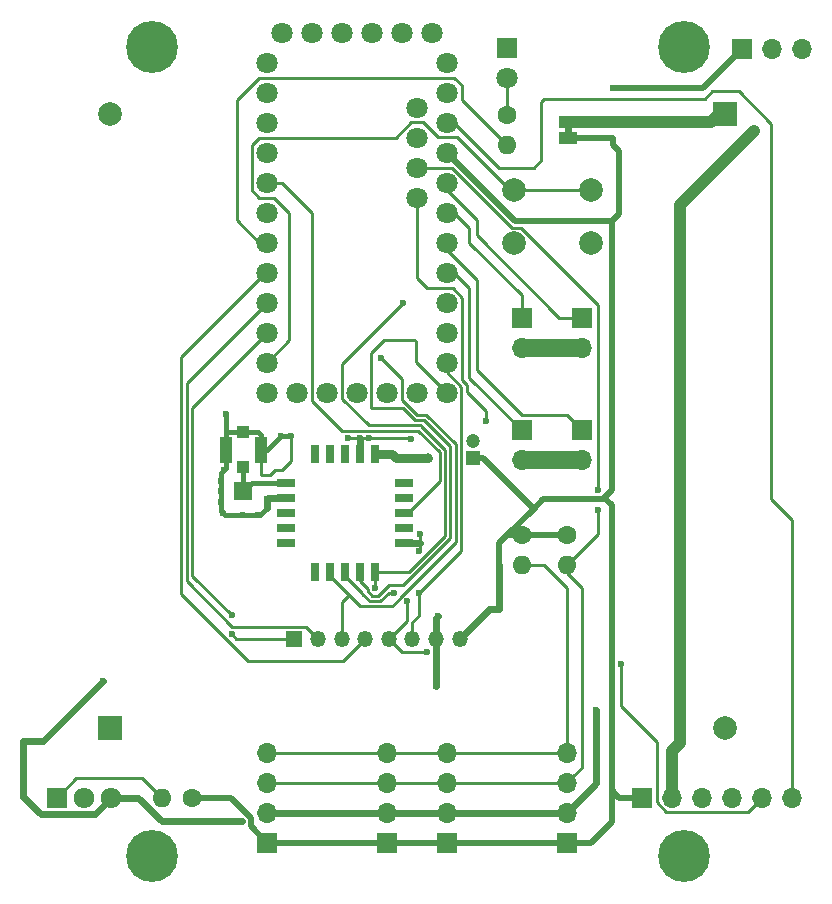
<source format=gbr>
%TF.GenerationSoftware,KiCad,Pcbnew,6.0.11-2627ca5db0~126~ubuntu22.04.1*%
%TF.CreationDate,2023-09-11T09:38:43+02:00*%
%TF.ProjectId,HB-UNI-SEN-BATT_E07-900MM10S_FUEL4EP,48422d55-4e49-42d5-9345-4e2d42415454,1.0*%
%TF.SameCoordinates,Original*%
%TF.FileFunction,Copper,L1,Top*%
%TF.FilePolarity,Positive*%
%FSLAX46Y46*%
G04 Gerber Fmt 4.6, Leading zero omitted, Abs format (unit mm)*
G04 Created by KiCad (PCBNEW 6.0.11-2627ca5db0~126~ubuntu22.04.1) date 2023-09-11 09:38:43*
%MOMM*%
%LPD*%
G01*
G04 APERTURE LIST*
G04 Aperture macros list*
%AMRoundRect*
0 Rectangle with rounded corners*
0 $1 Rounding radius*
0 $2 $3 $4 $5 $6 $7 $8 $9 X,Y pos of 4 corners*
0 Add a 4 corners polygon primitive as box body*
4,1,4,$2,$3,$4,$5,$6,$7,$8,$9,$2,$3,0*
0 Add four circle primitives for the rounded corners*
1,1,$1+$1,$2,$3*
1,1,$1+$1,$4,$5*
1,1,$1+$1,$6,$7*
1,1,$1+$1,$8,$9*
0 Add four rect primitives between the rounded corners*
20,1,$1+$1,$2,$3,$4,$5,0*
20,1,$1+$1,$4,$5,$6,$7,0*
20,1,$1+$1,$6,$7,$8,$9,0*
20,1,$1+$1,$8,$9,$2,$3,0*%
G04 Aperture macros list end*
%TA.AperFunction,ComponentPad*%
%ADD10R,1.800000X1.800000*%
%TD*%
%TA.AperFunction,ComponentPad*%
%ADD11C,1.800000*%
%TD*%
%TA.AperFunction,ComponentPad*%
%ADD12R,1.700000X1.700000*%
%TD*%
%TA.AperFunction,ComponentPad*%
%ADD13O,1.700000X1.700000*%
%TD*%
%TA.AperFunction,ComponentPad*%
%ADD14R,2.000000X2.000000*%
%TD*%
%TA.AperFunction,ComponentPad*%
%ADD15C,2.000000*%
%TD*%
%TA.AperFunction,ComponentPad*%
%ADD16R,1.200000X1.200000*%
%TD*%
%TA.AperFunction,ComponentPad*%
%ADD17C,1.200000*%
%TD*%
%TA.AperFunction,ComponentPad*%
%ADD18C,1.600000*%
%TD*%
%TA.AperFunction,ComponentPad*%
%ADD19O,1.600000X1.600000*%
%TD*%
%TA.AperFunction,ComponentPad*%
%ADD20R,1.717500X1.800000*%
%TD*%
%TA.AperFunction,ComponentPad*%
%ADD21O,1.717500X1.800000*%
%TD*%
%TA.AperFunction,SMDPad,CuDef*%
%ADD22R,0.800000X1.500000*%
%TD*%
%TA.AperFunction,SMDPad,CuDef*%
%ADD23R,1.500000X0.800000*%
%TD*%
%TA.AperFunction,SMDPad,CuDef*%
%ADD24R,1.500000X1.000000*%
%TD*%
%TA.AperFunction,ComponentPad*%
%ADD25C,0.700000*%
%TD*%
%TA.AperFunction,ComponentPad*%
%ADD26C,4.400000*%
%TD*%
%TA.AperFunction,ComponentPad*%
%ADD27R,1.350000X1.350000*%
%TD*%
%TA.AperFunction,ComponentPad*%
%ADD28O,1.350000X1.350000*%
%TD*%
%TA.AperFunction,ComponentPad*%
%ADD29RoundRect,0.250000X-0.550000X-0.550000X0.550000X-0.550000X0.550000X0.550000X-0.550000X0.550000X0*%
%TD*%
%TA.AperFunction,SMDPad,CuDef*%
%ADD30R,1.000000X1.000000*%
%TD*%
%TA.AperFunction,SMDPad,CuDef*%
%ADD31R,1.050000X2.200000*%
%TD*%
%TA.AperFunction,ViaPad*%
%ADD32C,0.600000*%
%TD*%
%TA.AperFunction,ViaPad*%
%ADD33C,0.800000*%
%TD*%
%TA.AperFunction,ViaPad*%
%ADD34C,1.000000*%
%TD*%
%TA.AperFunction,Conductor*%
%ADD35C,0.400000*%
%TD*%
%TA.AperFunction,Conductor*%
%ADD36C,0.600000*%
%TD*%
%TA.AperFunction,Conductor*%
%ADD37C,0.250000*%
%TD*%
%TA.AperFunction,Conductor*%
%ADD38C,1.500000*%
%TD*%
%TA.AperFunction,Conductor*%
%ADD39C,0.500000*%
%TD*%
%TA.AperFunction,Conductor*%
%ADD40C,0.800000*%
%TD*%
%TA.AperFunction,Conductor*%
%ADD41C,1.000000*%
%TD*%
G04 APERTURE END LIST*
%TO.C,JP2*%
G36*
X50557000Y64500000D02*
G01*
X49957000Y64500000D01*
X49957000Y65000000D01*
X50557000Y65000000D01*
X50557000Y64500000D01*
G37*
%TD*%
D10*
%TO.P,D1,1,K*%
%TO.N,GND*%
X45050000Y71720000D03*
D11*
%TO.P,D1,2,A*%
%TO.N,Net-(D1-Pad2)*%
X45050000Y69180000D03*
%TD*%
D12*
%TO.P,J1,1,Pin_1*%
%TO.N,/A0*%
X46320000Y39335000D03*
D13*
%TO.P,J1,2,Pin_2*%
%TO.N,GND*%
X46320000Y36795000D03*
%TD*%
D12*
%TO.P,J2,1,Pin_1*%
%TO.N,/A1*%
X51400000Y39335000D03*
D13*
%TO.P,J2,2,Pin_2*%
%TO.N,GND*%
X51400000Y36795000D03*
%TD*%
D12*
%TO.P,J7,1,Pin_1*%
%TO.N,VCC*%
X34890000Y4410000D03*
D13*
%TO.P,J7,2,Pin_2*%
%TO.N,GND*%
X34890000Y6950000D03*
%TO.P,J7,3,Pin_3*%
%TO.N,/SCL*%
X34890000Y9490000D03*
%TO.P,J7,4,Pin_4*%
%TO.N,/SDA*%
X34890000Y12030000D03*
%TD*%
D14*
%TO.P,BT1,1,+*%
%TO.N,/plusBAT*%
X63490000Y66140000D03*
D15*
%TO.P,BT1,2,-*%
%TO.N,/conBAT*%
X63490000Y14150000D03*
%TD*%
D12*
%TO.P,J3,1,Pin_1*%
%TO.N,/A2*%
X46320000Y48860000D03*
D13*
%TO.P,J3,2,Pin_2*%
%TO.N,GND*%
X46320000Y46320000D03*
%TD*%
D12*
%TO.P,J4,1,Pin_1*%
%TO.N,/A3*%
X51400000Y48860000D03*
D13*
%TO.P,J4,2,Pin_2*%
%TO.N,GND*%
X51400000Y46320000D03*
%TD*%
D12*
%TO.P,J5,1,Pin_1*%
%TO.N,VCC*%
X56480000Y8220000D03*
D13*
%TO.P,J5,2,Pin_2*%
%TO.N,/minusBAT*%
X59020000Y8220000D03*
%TO.P,J5,3,Pin_3*%
%TO.N,/MOSI*%
X61560000Y8220000D03*
%TO.P,J5,4,Pin_4*%
%TO.N,/SCK*%
X64100000Y8220000D03*
%TO.P,J5,5,Pin_5*%
%TO.N,/MISO*%
X66640000Y8220000D03*
%TO.P,J5,6,Pin_6*%
%TO.N,/RSET*%
X69180000Y8220000D03*
%TD*%
D12*
%TO.P,J6,1,Pin_1*%
%TO.N,VCC*%
X24730000Y4410000D03*
D13*
%TO.P,J6,2,Pin_2*%
%TO.N,GND*%
X24730000Y6950000D03*
%TO.P,J6,3,Pin_3*%
%TO.N,/SCL*%
X24730000Y9490000D03*
%TO.P,J6,4,Pin_4*%
%TO.N,/SDA*%
X24730000Y12030000D03*
%TD*%
D16*
%TO.P,C1,1*%
%TO.N,VCC*%
X42164000Y36957000D03*
D17*
%TO.P,C1,2*%
%TO.N,GND*%
X42164000Y38457000D03*
%TD*%
D18*
%TO.P,R4,1*%
%TO.N,VCC*%
X50130000Y30445000D03*
D19*
%TO.P,R4,2*%
%TO.N,/SCL*%
X50130000Y27905000D03*
%TD*%
D18*
%TO.P,R5,1*%
%TO.N,VCC*%
X46320000Y30445000D03*
D19*
%TO.P,R5,2*%
%TO.N,/SDA*%
X46320000Y27905000D03*
%TD*%
D18*
%TO.P,R1,1*%
%TO.N,Net-(D1-Pad2)*%
X45050000Y66005000D03*
D19*
%TO.P,R1,2*%
%TO.N,Net-(Module2-Pad7C)*%
X45050000Y63465000D03*
%TD*%
D18*
%TO.P,R3,1*%
%TO.N,VCC*%
X18380000Y8220000D03*
D19*
%TO.P,R3,2*%
%TO.N,Net-(Q1-Pad1)*%
X15840000Y8220000D03*
%TD*%
D20*
%TO.P,Q1,1,G*%
%TO.N,Net-(Q1-Pad1)*%
X6950000Y8220000D03*
D21*
%TO.P,Q1,2,D*%
%TO.N,/minusBAT*%
X9240000Y8220000D03*
%TO.P,Q1,3,S*%
%TO.N,GND*%
X11530000Y8220000D03*
%TD*%
D12*
%TO.P,J9,1,Pin_1*%
%TO.N,VCC*%
X50130000Y4410000D03*
D13*
%TO.P,J9,2,Pin_2*%
%TO.N,GND*%
X50130000Y6950000D03*
%TO.P,J9,3,Pin_3*%
%TO.N,/SCL*%
X50130000Y9490000D03*
%TO.P,J9,4,Pin_4*%
%TO.N,/SDA*%
X50130000Y12030000D03*
%TD*%
D12*
%TO.P,J10,1,Pin_1*%
%TO.N,VCC*%
X64989000Y71656500D03*
D13*
%TO.P,J10,2,Pin_2*%
%TO.N,/plusBAT*%
X67529000Y71656500D03*
%TO.P,J10,3,Pin_3*%
%TO.N,/minusBAT*%
X70069000Y71656500D03*
%TD*%
D11*
%TO.P,Module2,1A,VCC*%
%TO.N,unconnected-(Module2-Pad1A)*%
X39970000Y70450000D03*
%TO.P,Module2,1B,PC2/TCK*%
%TO.N,unconnected-(Module2-Pad1B)*%
X27270000Y42510000D03*
%TO.P,Module2,1C,PD1/TXD0*%
%TO.N,unconnected-(Module2-Pad1C)*%
X24730000Y70450000D03*
%TO.P,Module2,1D,DTR*%
%TO.N,unconnected-(Module2-Pad1D)*%
X26000000Y72990000D03*
%TO.P,Module2,1E,VCC*%
%TO.N,unconnected-(Module2-Pad1E)*%
X37430000Y66640000D03*
%TO.P,Module2,2A,GND*%
%TO.N,GND*%
X39970000Y67910000D03*
%TO.P,Module2,2B,PC4/TD0*%
%TO.N,unconnected-(Module2-Pad2B)*%
X29810000Y42510000D03*
%TO.P,Module2,2C,PD0/RXD0*%
%TO.N,unconnected-(Module2-Pad2C)*%
X24730000Y67910000D03*
%TO.P,Module2,2D,PD1/TXD0*%
%TO.N,unconnected-(Module2-Pad2D)*%
X28540000Y72990000D03*
%TO.P,Module2,2E,GND*%
%TO.N,GND*%
X37430000Y64100000D03*
%TO.P,Module2,3A,RST*%
%TO.N,/RSET*%
X39970000Y65370000D03*
%TO.P,Module2,3B,PC5/TDI*%
%TO.N,unconnected-(Module2-Pad3B)*%
X32350000Y42510000D03*
%TO.P,Module2,3C,RST*%
%TO.N,unconnected-(Module2-Pad3C)*%
X24730000Y65370000D03*
%TO.P,Module2,3D,PD0/RXD0*%
%TO.N,unconnected-(Module2-Pad3D)*%
X31080000Y72990000D03*
%TO.P,Module2,3E,PC0/SCL*%
%TO.N,/SCL*%
X37430000Y61560000D03*
%TO.P,Module2,4A,VCC*%
%TO.N,VCC*%
X39970000Y62830000D03*
%TO.P,Module2,4B,PB1/T1*%
%TO.N,unconnected-(Module2-Pad4B)*%
X34890000Y42510000D03*
%TO.P,Module2,4C,GND*%
%TO.N,GND*%
X24730000Y62830000D03*
%TO.P,Module2,4D,VCC*%
%TO.N,unconnected-(Module2-Pad4D)*%
X33620000Y72990000D03*
%TO.P,Module2,4E,PC1/SDA*%
%TO.N,/SDA*%
X37430000Y59020000D03*
%TO.P,Module2,5A,PB2/A3*%
%TO.N,/A3*%
X39970000Y60290000D03*
%TO.P,Module2,5B,PB0/T0*%
%TO.N,unconnected-(Module2-Pad5B)*%
X37430000Y42510000D03*
%TO.P,Module2,5C,PD2_2*%
%TO.N,/D2*%
X24730000Y60290000D03*
%TO.P,Module2,5D,GND*%
%TO.N,unconnected-(Module2-Pad5D)*%
X36160000Y72990000D03*
%TO.P,Module2,6A,PB3/A2*%
%TO.N,/A2*%
X39970000Y57750000D03*
%TO.P,Module2,6C,PD3_3*%
%TO.N,unconnected-(Module2-Pad6C)*%
X24730000Y57750000D03*
%TO.P,Module2,6D,GND*%
%TO.N,unconnected-(Module2-Pad6D)*%
X38700000Y72990000D03*
%TO.P,Module2,7A,PA1/A1*%
%TO.N,/A1*%
X39970000Y55210000D03*
%TO.P,Module2,7C,PD4_4*%
%TO.N,Net-(Module2-Pad7C)*%
X24730000Y55210000D03*
%TO.P,Module2,8A,PA0/A0*%
%TO.N,/A0*%
X39970000Y52670000D03*
%TO.P,Module2,8C,PD5_5*%
%TO.N,/D5*%
X24730000Y52670000D03*
%TO.P,Module2,9A,PB7/SCK*%
%TO.N,/SCK*%
X39970000Y50130000D03*
%TO.P,Module2,9C,PD6_6*%
%TO.N,/D6*%
X24730000Y50130000D03*
%TO.P,Module2,10A,PB6/MISO*%
%TO.N,/MISO*%
X39970000Y47590000D03*
%TO.P,Module2,10C,PD7_7*%
%TO.N,/D7*%
X24730000Y47590000D03*
%TO.P,Module2,11A,PB5/MOSI*%
%TO.N,/MOSI*%
X39970000Y45050000D03*
%TO.P,Module2,11C,PC6_8L*%
%TO.N,/CONFIG*%
X24730000Y45050000D03*
%TO.P,Module2,12A,PB4/~{SS}*%
%TO.N,/SS*%
X39970000Y42510000D03*
%TO.P,Module2,12C,PC3_9/TMS*%
%TO.N,unconnected-(Module2-Pad12C)*%
X24730000Y42510000D03*
%TD*%
D22*
%TO.P,Module1,1A,SCK*%
%TO.N,/SCK*%
X33869000Y27338000D03*
D23*
%TO.P,Module1,1B,ANT*%
%TO.N,Net-(AE1-Pad1)*%
X26329000Y34878000D03*
D22*
%TO.P,Module1,1C,VCC*%
%TO.N,VCC*%
X33869000Y37338000D03*
D23*
%TO.P,Module1,1D,GD02*%
%TO.N,unconnected-(Module1-Pad1D)*%
X36329000Y34878000D03*
D22*
%TO.P,Module1,2A,~{CSN}*%
%TO.N,/SS*%
X32599000Y27338000D03*
D23*
%TO.P,Module1,2B,GND*%
%TO.N,GND*%
X26329000Y33608000D03*
D22*
%TO.P,Module1,2C,GND*%
X32599000Y37338000D03*
D23*
%TO.P,Module1,2D,NC*%
%TO.N,unconnected-(Module1-Pad2D)*%
X36329000Y33608000D03*
D22*
%TO.P,Module1,3A,MOSI*%
%TO.N,/MOSI*%
X31329000Y27338000D03*
D23*
%TO.P,Module1,3B,NC*%
%TO.N,unconnected-(Module1-Pad3B)*%
X26329000Y32338000D03*
D22*
%TO.P,Module1,3C,NC*%
%TO.N,unconnected-(Module1-Pad3C)*%
X31329000Y37338000D03*
D23*
%TO.P,Module1,3D,GD00*%
%TO.N,/D2*%
X36329000Y32338000D03*
D22*
%TO.P,Module1,4A,MISO/GD01*%
%TO.N,/MISO*%
X30059000Y27338000D03*
D23*
%TO.P,Module1,4B,NC*%
%TO.N,unconnected-(Module1-Pad4B)*%
X26329000Y31068000D03*
D22*
%TO.P,Module1,4C,NC*%
%TO.N,unconnected-(Module1-Pad4C)*%
X30059000Y37338000D03*
D23*
%TO.P,Module1,4D,NC*%
%TO.N,unconnected-(Module1-Pad4D)*%
X36329000Y31068000D03*
D22*
%TO.P,Module1,5A,NC*%
%TO.N,unconnected-(Module1-Pad5A)*%
X28789000Y27338000D03*
D23*
%TO.P,Module1,5B,NC*%
%TO.N,unconnected-(Module1-Pad5B)*%
X26329000Y29798000D03*
D22*
%TO.P,Module1,5C,NC*%
%TO.N,unconnected-(Module1-Pad5C)*%
X28789000Y37338000D03*
D23*
%TO.P,Module1,5D,GND*%
%TO.N,GND*%
X36329000Y29798000D03*
%TD*%
D24*
%TO.P,JP2,1,A*%
%TO.N,/plusBAT*%
X50257000Y65400000D03*
%TO.P,JP2,2,B*%
%TO.N,VCC*%
X50257000Y64100000D03*
%TD*%
D15*
%TO.P,SW1,1*%
%TO.N,/CONFIG*%
X52185000Y59655000D03*
X45685000Y59655000D03*
%TO.P,SW1,2*%
%TO.N,GND*%
X45685000Y55155000D03*
X52185000Y55155000D03*
%TD*%
D12*
%TO.P,J8,1,Pin_1*%
%TO.N,VCC*%
X39970000Y4410000D03*
D13*
%TO.P,J8,2,Pin_2*%
%TO.N,GND*%
X39970000Y6950000D03*
%TO.P,J8,3,Pin_3*%
%TO.N,/SCL*%
X39970000Y9490000D03*
%TO.P,J8,4,Pin_4*%
%TO.N,/SDA*%
X39970000Y12030000D03*
%TD*%
D25*
%TO.P,H2,1*%
%TO.N,N/C*%
X60000000Y73550000D03*
X58727200Y70477200D03*
X61800000Y71750000D03*
X61272800Y73022800D03*
X58727200Y73022800D03*
X58200000Y71750000D03*
D26*
X60000000Y71750000D03*
D25*
X60000000Y69950000D03*
X61272800Y70477200D03*
%TD*%
%TO.P,H4,1*%
%TO.N,N/C*%
X58200000Y3250000D03*
X60000000Y1450000D03*
X61800000Y3250000D03*
X60000000Y5050000D03*
D26*
X60000000Y3250000D03*
D25*
X58727200Y1977200D03*
X58727200Y4522800D03*
X61272800Y4522800D03*
X61272800Y1977200D03*
%TD*%
%TO.P,H1,1*%
%TO.N,N/C*%
X15000000Y69950000D03*
X15000000Y73550000D03*
X16272800Y70477200D03*
X16272800Y73022800D03*
X13727200Y70477200D03*
X13200000Y71750000D03*
X13727200Y73022800D03*
D26*
X15000000Y71750000D03*
D25*
X16800000Y71750000D03*
%TD*%
%TO.P,H3,1*%
%TO.N,N/C*%
X15000000Y5050000D03*
X16272800Y1977200D03*
X15000000Y1450000D03*
X13727200Y1977200D03*
D26*
X15000000Y3250000D03*
D25*
X16272800Y4522800D03*
X16800000Y3250000D03*
X13200000Y3250000D03*
X13727200Y4522800D03*
%TD*%
D27*
%TO.P,J11,1,Pin_1*%
%TO.N,/D7*%
X27048000Y21682000D03*
D28*
%TO.P,J11,2,Pin_2*%
%TO.N,/D6*%
X29048000Y21682000D03*
%TO.P,J11,3,Pin_3*%
%TO.N,/MISO*%
X31048000Y21682000D03*
%TO.P,J11,4,Pin_4*%
%TO.N,/D5*%
X33048000Y21682000D03*
%TO.P,J11,5,Pin_5*%
%TO.N,/SCK*%
X35048000Y21682000D03*
%TO.P,J11,6,Pin_6*%
%TO.N,/MOSI*%
X37048000Y21682000D03*
%TO.P,J11,7,Pin_7*%
%TO.N,GND*%
X39048000Y21682000D03*
%TO.P,J11,8,Pin_8*%
%TO.N,VCC*%
X41048000Y21682000D03*
%TD*%
D14*
%TO.P,BT2,1,+*%
%TO.N,/conBAT*%
X11420000Y14100000D03*
D15*
%TO.P,BT2,2,-*%
%TO.N,/minusBAT*%
X11420000Y66090000D03*
%TD*%
D29*
%TO.P,AE1,1,A*%
%TO.N,Net-(AE1-Pad1)*%
X22733000Y34163000D03*
%TD*%
D30*
%TO.P,J12,1,In1*%
%TO.N,Net-(AE1-Pad1)*%
X22735000Y36188000D03*
D31*
%TO.P,J12,2,Ext1*%
%TO.N,GND*%
X24210000Y37688000D03*
X21260000Y37688000D03*
D30*
X22735000Y39188000D03*
%TD*%
D32*
%TO.N,GND*%
X10861600Y18075200D03*
X37666057Y30516985D03*
X33361000Y38666161D03*
X36957000Y38608000D03*
X37630065Y29115932D03*
X52619200Y15636800D03*
X25908000Y38862000D03*
X20828000Y33274000D03*
X22733000Y32131000D03*
X22596400Y6238800D03*
X39243000Y23622000D03*
X26797000Y38862000D03*
X24765000Y32766000D03*
X24765000Y33528000D03*
X20828000Y34163000D03*
X21260000Y40716000D03*
X37679000Y29798000D03*
X21018500Y32321500D03*
X24003000Y32131000D03*
X32599000Y38666161D03*
X31583000Y38666161D03*
X39055600Y17668800D03*
X20828000Y35052000D03*
X21082000Y35941000D03*
%TO.N,/SCL*%
X52797000Y32604000D03*
X52797000Y34255000D03*
%TO.N,/SDA*%
X43271816Y40081645D03*
%TO.N,/MOSI*%
X35501271Y25583453D03*
X37592000Y25527000D03*
%TO.N,/SCK*%
X33869000Y25948000D03*
X38248500Y20585262D03*
X36576000Y24892000D03*
X36287000Y50130000D03*
%TO.N,/MISO*%
X54702000Y19523000D03*
X34417000Y45466000D03*
%TO.N,VCC*%
X54067000Y63655500D03*
X54067000Y68354500D03*
D33*
X38354000Y36957000D03*
D34*
%TO.N,/minusBAT*%
X65954200Y64701360D03*
D32*
%TO.N,/D7*%
X21732800Y23663200D03*
X21732800Y22088400D03*
%TD*%
D35*
%TO.N,GND*%
X24003000Y32131000D02*
X24130000Y32131000D01*
D36*
X39048000Y21682000D02*
X39048000Y23427000D01*
D35*
X21366000Y39188000D02*
X22735000Y39188000D01*
X20828000Y35052000D02*
X20828000Y34163000D01*
X20828000Y34163000D02*
X20828000Y33274000D01*
X20828000Y33274000D02*
X20828000Y32512000D01*
D36*
X34890000Y6950000D02*
X39970000Y6950000D01*
X50130000Y6950000D02*
X52619200Y9439200D01*
D35*
X20828000Y32512000D02*
X21018500Y32321500D01*
X23931000Y39188000D02*
X24210000Y38909000D01*
D36*
X4105200Y12995200D02*
X5781600Y12995200D01*
D37*
X37679000Y29798000D02*
X37679000Y30504042D01*
D36*
X10130000Y6820000D02*
X5591250Y6820000D01*
X24845000Y33608000D02*
X24765000Y33528000D01*
D37*
X26797000Y36703000D02*
X26797000Y38862000D01*
X25019000Y35560000D02*
X25400000Y35941000D01*
D35*
X22735000Y39188000D02*
X23931000Y39188000D01*
D36*
X4105200Y8306050D02*
X4105200Y12995200D01*
D35*
X25908000Y38862000D02*
X26797000Y38862000D01*
D36*
X32599000Y37338000D02*
X32599000Y38666161D01*
X39970000Y6950000D02*
X50130000Y6950000D01*
X13848377Y8220000D02*
X15829577Y6238800D01*
D35*
X24130000Y32131000D02*
X24765000Y32766000D01*
D37*
X25400000Y35941000D02*
X26035000Y35941000D01*
D36*
X39048000Y17676400D02*
X39055600Y17668800D01*
X39048000Y23427000D02*
X39243000Y23622000D01*
D37*
X37679000Y29798000D02*
X37679000Y29164867D01*
D35*
X21260000Y39294000D02*
X21366000Y39188000D01*
D37*
X24210000Y35607000D02*
X24257000Y35560000D01*
X24210000Y37688000D02*
X24210000Y35607000D01*
D35*
X21260000Y37688000D02*
X21260000Y39294000D01*
X24210000Y37688000D02*
X24734000Y37688000D01*
X24210000Y38909000D02*
X24210000Y37688000D01*
D37*
X24257000Y35560000D02*
X25019000Y35560000D01*
X33361000Y38666161D02*
X36898839Y38666161D01*
D36*
X39048000Y21682000D02*
X39048000Y17676400D01*
D38*
X46320000Y36795000D02*
X51400000Y36795000D01*
D37*
X33361000Y38666161D02*
X32599000Y38666161D01*
D36*
X5781600Y12995200D02*
X10861600Y18075200D01*
D35*
X21260000Y37688000D02*
X21260000Y36119000D01*
D36*
X24765000Y33528000D02*
X24765000Y32766000D01*
D35*
X24734000Y37688000D02*
X25908000Y38862000D01*
D37*
X37679000Y29164867D02*
X37630065Y29115932D01*
D36*
X11530000Y8220000D02*
X10130000Y6820000D01*
X11530000Y8220000D02*
X13848377Y8220000D01*
D35*
X21018500Y32321500D02*
X21209000Y32131000D01*
X21260000Y39294000D02*
X21260000Y40716000D01*
D36*
X5591250Y6820000D02*
X4105200Y8306050D01*
D35*
X20828000Y35687000D02*
X20828000Y35052000D01*
D38*
X46320000Y46320000D02*
X51400000Y46320000D01*
D36*
X26329000Y33608000D02*
X24845000Y33608000D01*
D37*
X26035000Y35941000D02*
X26797000Y36703000D01*
D35*
X22733000Y32131000D02*
X24003000Y32131000D01*
D36*
X36329000Y29798000D02*
X37679000Y29798000D01*
X15829577Y6238800D02*
X22596400Y6238800D01*
D37*
X31583000Y38666161D02*
X32599000Y38666161D01*
D36*
X52619200Y9439200D02*
X52619200Y15636800D01*
D37*
X37679000Y30504042D02*
X37666057Y30516985D01*
D35*
X21209000Y32131000D02*
X22733000Y32131000D01*
D37*
X36898839Y38666161D02*
X36957000Y38608000D01*
D35*
X21260000Y36119000D02*
X21082000Y35941000D01*
D36*
X24730000Y6950000D02*
X34890000Y6950000D01*
D35*
X21082000Y35941000D02*
X20828000Y35687000D01*
D37*
%TO.N,Net-(D1-Pad2)*%
X45050000Y66005000D02*
X45050000Y69180000D01*
%TO.N,/SS*%
X37275894Y40189663D02*
X38042337Y40189663D01*
X38042337Y40189663D02*
X40258502Y37973498D01*
X37211000Y46990000D02*
X34671000Y46990000D01*
X33610323Y25323500D02*
X33244500Y25689323D01*
X33575000Y45800000D02*
X33575000Y41228000D01*
X37338000Y45142000D02*
X37338000Y46863000D01*
X36237557Y41228000D02*
X37275894Y40189663D01*
X40258502Y37973498D02*
X40258502Y30225502D01*
X33244500Y25936810D02*
X32599000Y26582310D01*
X35024676Y26220499D02*
X34127677Y25323500D01*
X39970000Y42510000D02*
X37338000Y45142000D01*
X36253499Y26220499D02*
X35024676Y26220499D01*
X34671000Y46990000D02*
X33528000Y45847000D01*
X40258502Y30225502D02*
X36253499Y26220499D01*
X33528000Y45847000D02*
X33575000Y45800000D01*
X32599000Y26582310D02*
X32599000Y26988000D01*
X33244500Y25689323D02*
X33244500Y25936810D01*
X37338000Y46863000D02*
X37211000Y46990000D01*
X34127677Y25323500D02*
X33610323Y25323500D01*
X33575000Y41228000D02*
X36237557Y41228000D01*
%TO.N,/D2*%
X28585000Y57707792D02*
X28585000Y41822632D01*
X31116971Y39290661D02*
X37544339Y39290661D01*
X28585000Y41822632D02*
X31116971Y39290661D01*
X39359500Y35018500D02*
X36679000Y32338000D01*
X24730000Y60290000D02*
X26002792Y60290000D01*
X37544339Y39290661D02*
X39359500Y37475500D01*
X39359500Y37475500D02*
X39359500Y35018500D01*
X26002792Y60290000D02*
X28585000Y57707792D01*
%TO.N,/SCL*%
X34890000Y9490000D02*
X39970000Y9490000D01*
X39970000Y9490000D02*
X50130000Y9490000D01*
X51400000Y26000000D02*
X51400000Y10760000D01*
X50130000Y27270000D02*
X51400000Y26000000D01*
X50765000Y10125000D02*
X51400000Y10760000D01*
X45512412Y56480000D02*
X46233833Y56480000D01*
X46233833Y56480000D02*
X52797000Y49916833D01*
X52797000Y30572000D02*
X50130000Y27905000D01*
X52797000Y49916833D02*
X52797000Y34255000D01*
X52797000Y32604000D02*
X52797000Y30572000D01*
X37430000Y61560000D02*
X40432412Y61560000D01*
X24730000Y9490000D02*
X34890000Y9490000D01*
X50130000Y9490000D02*
X50765000Y10125000D01*
X40432412Y61560000D02*
X45512412Y56480000D01*
%TO.N,/SDA*%
X39970000Y12030000D02*
X50130000Y12030000D01*
X48225000Y27905000D02*
X50130000Y26000000D01*
X34890000Y12030000D02*
X39970000Y12030000D01*
X41644501Y42567911D02*
X43271816Y40940596D01*
X37430000Y52232000D02*
X38307000Y51355000D01*
X24730000Y12030000D02*
X34890000Y12030000D01*
X46320000Y27905000D02*
X48225000Y27905000D01*
X50130000Y12030000D02*
X50130000Y26000000D01*
X43271816Y40940596D02*
X43271816Y40081645D01*
X38307000Y51355000D02*
X40477412Y51355000D01*
X41280706Y43567396D02*
X41644501Y43203601D01*
X40477412Y51355000D02*
X41280706Y50551706D01*
X41644501Y43203601D02*
X41644501Y42567911D01*
X37430000Y59020000D02*
X37430000Y52232000D01*
X41280706Y50551706D02*
X41280706Y43567396D01*
%TO.N,/A0*%
X41875000Y43780000D02*
X46320000Y39335000D01*
X41875000Y51400000D02*
X41875000Y43780000D01*
X41875000Y51400000D02*
X40605000Y52670000D01*
%TO.N,/A1*%
X42510000Y44415000D02*
X46320000Y40605000D01*
X46320000Y40605000D02*
X50130000Y40605000D01*
X50130000Y40605000D02*
X51400000Y39335000D01*
X42510000Y52035000D02*
X39970000Y54575000D01*
X42510000Y52035000D02*
X42510000Y44415000D01*
%TO.N,/A2*%
X41875000Y55210000D02*
X46320000Y50765000D01*
X46320000Y50765000D02*
X46320000Y48860000D01*
X40605000Y57750000D02*
X41875000Y56480000D01*
X41875000Y56480000D02*
X41875000Y55210000D01*
%TO.N,/A3*%
X42510000Y57115000D02*
X39970000Y59655000D01*
X42510000Y55845000D02*
X49495000Y48860000D01*
X49495000Y48860000D02*
X51400000Y48860000D01*
X42510000Y57115000D02*
X42510000Y55845000D01*
%TO.N,/MOSI*%
X31329000Y26988000D02*
X32794999Y25522001D01*
X33424134Y24873999D02*
X34313866Y24873999D01*
X41195000Y43017412D02*
X41195000Y29130000D01*
X37592000Y23622000D02*
X37592000Y25527000D01*
X32794999Y25503134D02*
X33424134Y24873999D01*
X37048000Y21682000D02*
X37048000Y23078000D01*
X37048000Y23078000D02*
X37592000Y23622000D01*
X32794999Y25522001D02*
X32794999Y25503134D01*
X35023320Y25583453D02*
X35501271Y25583453D01*
X39970000Y45050000D02*
X39970000Y44242412D01*
X34313866Y24873999D02*
X35023320Y25583453D01*
X37592000Y25527000D02*
X41195000Y29130000D01*
X39970000Y44242412D02*
X41195000Y43017412D01*
%TO.N,/SCK*%
X31125000Y42002588D02*
X33387426Y39740162D01*
X33869000Y27338000D02*
X33869000Y25948000D01*
X36287000Y50130000D02*
X31125000Y44968000D01*
X37729838Y39740162D02*
X37777499Y39692501D01*
X36576000Y23210000D02*
X36576000Y24892000D01*
X31125000Y44968000D02*
X31125000Y42002588D01*
X39809001Y37661689D02*
X39809001Y30411691D01*
X39809001Y30411691D02*
X36735310Y27338000D01*
X36735310Y27338000D02*
X33869000Y27338000D01*
X37778189Y39692501D02*
X39809001Y37661689D01*
X37777499Y39692501D02*
X37778189Y39692501D01*
X33387426Y39740162D02*
X37729838Y39740162D01*
X36144738Y20585262D02*
X35048000Y21682000D01*
X35048000Y21682000D02*
X36576000Y23210000D01*
X38248500Y20585262D02*
X36144738Y20585262D01*
%TO.N,/MISO*%
X37462083Y40639164D02*
X38228526Y40639164D01*
X34417000Y45466000D02*
X36205000Y43678000D01*
X35340675Y24424498D02*
X32622502Y24424498D01*
X40708003Y29907180D02*
X35951500Y25150677D01*
X36205000Y41896247D02*
X37462083Y40639164D01*
X58533299Y7045000D02*
X57740001Y7838298D01*
X35951500Y25150677D02*
X35951500Y25035323D01*
X31647000Y25400000D02*
X30059000Y26988000D01*
X54702000Y15967000D02*
X54702000Y19523000D01*
X38228526Y40639164D02*
X40708003Y38159687D01*
X57740001Y12928999D02*
X54702000Y15967000D01*
X57740001Y7838298D02*
X57740001Y12928999D01*
X40708003Y38159687D02*
X40708003Y29907180D01*
X66640000Y8220000D02*
X65465000Y7045000D01*
X32622502Y24424498D02*
X31647000Y25400000D01*
X36205000Y43678000D02*
X36205000Y41896247D01*
X35951500Y25035323D02*
X35340675Y24424498D01*
X31647000Y25400000D02*
X31048000Y24801000D01*
X65465000Y7045000D02*
X58533299Y7045000D01*
X31048000Y24801000D02*
X31048000Y21682000D01*
%TO.N,/RSET*%
X64671500Y68037000D02*
X62449000Y68037000D01*
X69180000Y8220000D02*
X69180000Y31753100D01*
X61814000Y67402000D02*
X48225000Y67402000D01*
X47336000Y61560000D02*
X44415000Y61560000D01*
X67402000Y65306500D02*
X64671500Y68037000D01*
X48225000Y67402000D02*
X47971000Y67148000D01*
X47971000Y62195000D02*
X47336000Y61560000D01*
X67402000Y33531100D02*
X67402000Y65306500D01*
X62449000Y68037000D02*
X61814000Y67402000D01*
X69180000Y31753100D02*
X67402000Y33531100D01*
X44415000Y61560000D02*
X40605000Y65370000D01*
X47971000Y67148000D02*
X47971000Y62195000D01*
%TO.N,Net-(Q1-Pad1)*%
X14189000Y9871000D02*
X8601000Y9871000D01*
X15840000Y8220000D02*
X14189000Y9871000D01*
X8601000Y9871000D02*
X6950000Y8220000D01*
D39*
%TO.N,VCC*%
X34890000Y4410000D02*
X39970000Y4410000D01*
X39970000Y4410000D02*
X50130000Y4410000D01*
X53940000Y34255000D02*
X53940000Y57040000D01*
X45050000Y30445000D02*
X44415000Y29810000D01*
X44415000Y29810000D02*
X44415000Y27905000D01*
X54575000Y8220000D02*
X56480000Y8220000D01*
X54067000Y64100000D02*
X54067000Y63655500D01*
X46471799Y57054501D02*
X45750378Y57054501D01*
X53107454Y33505500D02*
X53221954Y33620000D01*
X43053000Y36957000D02*
X47307500Y32702500D01*
X52160000Y4410000D02*
X50130000Y4410000D01*
X23345901Y6549253D02*
X23345901Y5794099D01*
X40670378Y62134501D02*
X40665499Y62134501D01*
X48110500Y33505500D02*
X53107454Y33505500D01*
X53940000Y32985000D02*
X53940000Y8855000D01*
D40*
X38354000Y36957000D02*
X35687000Y36957000D01*
D39*
X46486300Y57040000D02*
X46471799Y57054501D01*
X45750378Y57054501D02*
X40670378Y62134501D01*
X61623500Y68291000D02*
X54067000Y68291000D01*
X53305000Y33620000D02*
X53940000Y32985000D01*
D40*
X35687000Y36957000D02*
X35306000Y37338000D01*
D39*
X53940000Y6190000D02*
X52160000Y4410000D01*
X45050000Y30445000D02*
X47307500Y32702500D01*
D36*
X43531000Y24165000D02*
X41048000Y21682000D01*
D39*
X40665499Y62134501D02*
X39970000Y62830000D01*
X53940000Y57040000D02*
X46486300Y57040000D01*
X64989000Y71656500D02*
X61623500Y68291000D01*
X24730000Y4410000D02*
X34890000Y4410000D01*
X23345901Y5794099D02*
X24730000Y4410000D01*
X42164000Y36957000D02*
X43053000Y36957000D01*
X54067000Y68291000D02*
X54067000Y68354500D01*
X45050000Y30445000D02*
X46320000Y30445000D01*
D36*
X44415000Y24165000D02*
X43531000Y24165000D01*
D39*
X54575000Y57675000D02*
X53940000Y57040000D01*
X21675154Y8220000D02*
X23345901Y6549253D01*
X18380000Y8220000D02*
X21675154Y8220000D01*
X47307500Y32702500D02*
X48110500Y33505500D01*
X54575000Y63020500D02*
X54575000Y57675000D01*
D40*
X35306000Y37338000D02*
X33869000Y37338000D01*
D39*
X53940000Y8855000D02*
X53940000Y6190000D01*
X53940000Y8855000D02*
X54575000Y8220000D01*
X54067000Y63528500D02*
X54575000Y63020500D01*
X54067000Y64100000D02*
X54067000Y63528500D01*
D36*
X44415000Y27905000D02*
X44415000Y24165000D01*
D39*
X53221954Y33620000D02*
X53305000Y33620000D01*
X46320000Y30445000D02*
X50130000Y30445000D01*
X50257000Y64100000D02*
X54067000Y64100000D01*
X53305000Y33620000D02*
X53940000Y34255000D01*
D37*
%TO.N,Net-(Module2-Pad7C)*%
X41240000Y68545000D02*
X40605000Y69180000D01*
X45050000Y63465000D02*
X41240000Y67275000D01*
X24095000Y69180000D02*
X22190000Y67275000D01*
X40605000Y69180000D02*
X24095000Y69180000D01*
X22190000Y57115000D02*
X24095000Y55210000D01*
X41240000Y67275000D02*
X41240000Y68545000D01*
X22190000Y67275000D02*
X22190000Y57115000D01*
D41*
%TO.N,/minusBAT*%
X59667700Y58414860D02*
X65954200Y64701360D01*
X59020000Y8220000D02*
X59020000Y12196002D01*
X59667700Y12843702D02*
X59667700Y58414860D01*
X59020000Y12196002D02*
X59667700Y12843702D01*
%TO.N,/plusBAT*%
X50257000Y65400000D02*
X62300000Y65400000D01*
X62300000Y65400000D02*
X63500000Y66600000D01*
D37*
%TO.N,/D5*%
X17480998Y25457025D02*
X23128023Y19810000D01*
X23128023Y19810000D02*
X31176000Y19810000D01*
X31176000Y19810000D02*
X33048000Y21682000D01*
X24750000Y52800000D02*
X17480998Y45530998D01*
X17480998Y45530998D02*
X17480998Y25457025D01*
%TO.N,/D6*%
X17930499Y26582324D02*
X17930499Y43330499D01*
X21991477Y22712900D02*
X21799923Y22712900D01*
X21799923Y22712900D02*
X17930499Y26582324D01*
X28048000Y22682000D02*
X22022377Y22682000D01*
X22022377Y22682000D02*
X21991477Y22712900D01*
X17930499Y43330499D02*
X24730000Y50130000D01*
X29048000Y21682000D02*
X28048000Y22682000D01*
%TO.N,/D7*%
X18380000Y41240000D02*
X24730000Y47590000D01*
X21732800Y22088400D02*
X22139200Y21682000D01*
X22139200Y21682000D02*
X27048000Y21682000D01*
X18380000Y27016000D02*
X18380000Y41240000D01*
X18380000Y27016000D02*
X21732800Y23663200D01*
%TO.N,/CONFIG*%
X37928003Y65414999D02*
X36931997Y65414999D01*
X23460000Y59655000D02*
X23460000Y63465000D01*
X24095000Y64100000D02*
X35616998Y64100000D01*
X23460000Y63465000D02*
X24095000Y64100000D01*
X24095000Y59020000D02*
X23460000Y59655000D01*
X36931997Y65414999D02*
X35616998Y64100000D01*
X45685000Y59655000D02*
X52185000Y59655000D01*
X26635000Y57750000D02*
X25365000Y59020000D01*
X26635000Y46955000D02*
X26635000Y57750000D01*
X24730000Y45050000D02*
X26635000Y46955000D01*
X45345000Y59655000D02*
X40855001Y64144999D01*
X25365000Y59020000D02*
X24095000Y59020000D01*
X39198003Y64144999D02*
X37928003Y65414999D01*
X40855001Y64144999D02*
X39198003Y64144999D01*
D35*
%TO.N,Net-(AE1-Pad1)*%
X26329000Y34878000D02*
X23448000Y34878000D01*
X23448000Y34878000D02*
X22733000Y34163000D01*
X22735000Y36188000D02*
X22735000Y34165000D01*
%TD*%
M02*

</source>
